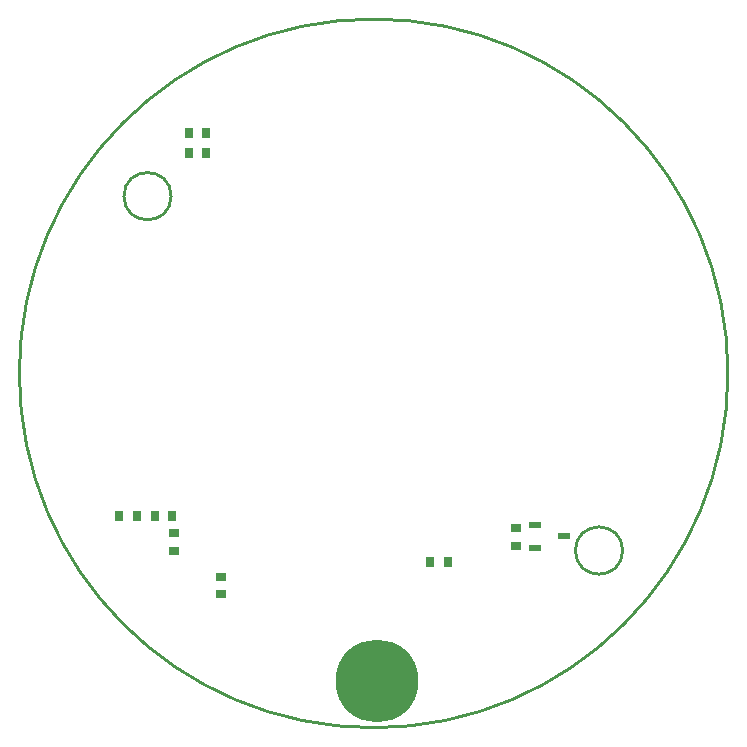
<source format=gbp>
%FSLAX25Y25*%
%MOIN*%
G70*
G01*
G75*
G04 Layer_Color=128*
%ADD10R,0.02756X0.03347*%
%ADD11R,0.03347X0.02756*%
%ADD12O,0.04724X0.00984*%
%ADD13R,0.04724X0.01772*%
%ADD14O,0.04724X0.01772*%
%ADD15O,0.00984X0.04724*%
%ADD16O,0.01772X0.04724*%
%ADD17R,0.03937X0.02362*%
%ADD18R,0.04724X0.01969*%
%ADD19O,0.03543X0.01969*%
%ADD20O,0.03543X0.01969*%
%ADD21R,0.03543X0.01969*%
%ADD22R,0.02362X0.03937*%
%ADD23O,0.02500X0.05500*%
%ADD24R,0.02500X0.05500*%
%ADD25R,0.07874X0.07874*%
%ADD26C,0.01000*%
%ADD27C,0.00800*%
%ADD28C,0.02000*%
%ADD29C,0.06000*%
%ADD30C,0.01500*%
%ADD31C,0.03000*%
%ADD32C,0.01200*%
%ADD33C,0.05906*%
%ADD34P,0.08352X4X180.0*%
%ADD35R,0.05906X0.05906*%
G04:AMPARAMS|DCode=36|XSize=78.74mil|YSize=118.11mil|CornerRadius=0mil|HoleSize=0mil|Usage=FLASHONLY|Rotation=45.000|XOffset=0mil|YOffset=0mil|HoleType=Round|Shape=Rectangle|*
%AMROTATEDRECTD36*
4,1,4,0.01392,-0.06960,-0.06960,0.01392,-0.01392,0.06960,0.06960,-0.01392,0.01392,-0.06960,0.0*
%
%ADD36ROTATEDRECTD36*%

G04:AMPARAMS|DCode=37|XSize=78.74mil|YSize=118.11mil|CornerRadius=0mil|HoleSize=0mil|Usage=FLASHONLY|Rotation=45.000|XOffset=0mil|YOffset=0mil|HoleType=Round|Shape=Round|*
%AMOVALD37*
21,1,0.03937,0.07874,0.00000,0.00000,135.0*
1,1,0.07874,0.01392,-0.01392*
1,1,0.07874,-0.01392,0.01392*
%
%ADD37OVALD37*%

G04:AMPARAMS|DCode=38|XSize=78.74mil|YSize=118.11mil|CornerRadius=0mil|HoleSize=0mil|Usage=FLASHONLY|Rotation=75.000|XOffset=0mil|YOffset=0mil|HoleType=Round|Shape=Round|*
%AMOVALD38*
21,1,0.03937,0.07874,0.00000,0.00000,165.0*
1,1,0.07874,0.01901,-0.00510*
1,1,0.07874,-0.01901,0.00510*
%
%ADD38OVALD38*%

G04:AMPARAMS|DCode=39|XSize=78.74mil|YSize=118.11mil|CornerRadius=0mil|HoleSize=0mil|Usage=FLASHONLY|Rotation=75.000|XOffset=0mil|YOffset=0mil|HoleType=Round|Shape=Rectangle|*
%AMROTATEDRECTD39*
4,1,4,0.04685,-0.05331,-0.06723,-0.02274,-0.04685,0.05331,0.06723,0.02274,0.04685,-0.05331,0.0*
%
%ADD39ROTATEDRECTD39*%

%ADD40P,0.08352X4X200.0*%
%ADD41R,0.05906X0.05906*%
%ADD42C,0.02000*%
%ADD43C,0.03000*%
%ADD44C,0.04000*%
%ADD45C,0.05000*%
%ADD46C,0.27559*%
%ADD47C,0.00500*%
%ADD48C,0.00787*%
%ADD49C,0.00984*%
%ADD50C,0.02362*%
%ADD51R,0.03556X0.04147*%
%ADD52R,0.04147X0.03556*%
%ADD53O,0.05524X0.01784*%
%ADD54R,0.05524X0.02572*%
%ADD55O,0.05524X0.02572*%
%ADD56O,0.01784X0.05524*%
%ADD57O,0.02572X0.05524*%
%ADD58R,0.04737X0.03162*%
%ADD59R,0.05524X0.02769*%
%ADD60O,0.04343X0.02769*%
%ADD61O,0.04343X0.02769*%
%ADD62R,0.04343X0.02769*%
%ADD63R,0.03162X0.04737*%
%ADD64O,0.03300X0.06300*%
%ADD65R,0.03300X0.06300*%
%ADD66R,0.08674X0.08674*%
%ADD67C,0.06706*%
%ADD68P,0.09483X4X180.0*%
%ADD69R,0.06706X0.06706*%
G04:AMPARAMS|DCode=70|XSize=86.74mil|YSize=126.11mil|CornerRadius=0mil|HoleSize=0mil|Usage=FLASHONLY|Rotation=45.000|XOffset=0mil|YOffset=0mil|HoleType=Round|Shape=Rectangle|*
%AMROTATEDRECTD70*
4,1,4,0.01392,-0.07525,-0.07525,0.01392,-0.01392,0.07525,0.07525,-0.01392,0.01392,-0.07525,0.0*
%
%ADD70ROTATEDRECTD70*%

G04:AMPARAMS|DCode=71|XSize=86.74mil|YSize=126.11mil|CornerRadius=0mil|HoleSize=0mil|Usage=FLASHONLY|Rotation=45.000|XOffset=0mil|YOffset=0mil|HoleType=Round|Shape=Round|*
%AMOVALD71*
21,1,0.03937,0.08674,0.00000,0.00000,135.0*
1,1,0.08674,0.01392,-0.01392*
1,1,0.08674,-0.01392,0.01392*
%
%ADD71OVALD71*%

G04:AMPARAMS|DCode=72|XSize=86.74mil|YSize=126.11mil|CornerRadius=0mil|HoleSize=0mil|Usage=FLASHONLY|Rotation=75.000|XOffset=0mil|YOffset=0mil|HoleType=Round|Shape=Round|*
%AMOVALD72*
21,1,0.03937,0.08674,0.00000,0.00000,165.0*
1,1,0.08674,0.01901,-0.00510*
1,1,0.08674,-0.01901,0.00510*
%
%ADD72OVALD72*%

G04:AMPARAMS|DCode=73|XSize=86.74mil|YSize=126.11mil|CornerRadius=0mil|HoleSize=0mil|Usage=FLASHONLY|Rotation=75.000|XOffset=0mil|YOffset=0mil|HoleType=Round|Shape=Rectangle|*
%AMROTATEDRECTD73*
4,1,4,0.04968,-0.05821,-0.07213,-0.02557,-0.04968,0.05821,0.07213,0.02557,0.04968,-0.05821,0.0*
%
%ADD73ROTATEDRECTD73*%

%ADD74P,0.09483X4X200.0*%
%ADD75R,0.06706X0.06706*%
%ADD76C,0.28359*%
D10*
X18894Y-62800D02*
D03*
X24800D02*
D03*
X-73005Y-47400D02*
D03*
X-67100D02*
D03*
X-61700Y73400D02*
D03*
X-55795D02*
D03*
X-61705Y80100D02*
D03*
X-55800D02*
D03*
X-84905Y-47400D02*
D03*
X-79000D02*
D03*
D11*
X-50900Y-67795D02*
D03*
Y-73700D02*
D03*
X47500Y-51695D02*
D03*
Y-57600D02*
D03*
X-66600Y-53194D02*
D03*
Y-59100D02*
D03*
D17*
X53700Y-50426D02*
D03*
X63542Y-54363D02*
D03*
X53700Y-58300D02*
D03*
D26*
X83000Y-59055D02*
G03*
X83000Y-59055I-7874J0D01*
G01*
X-67500Y59055D02*
G03*
X-67500Y59055I-7874J0D01*
G01*
X118110Y0D02*
G03*
X118110Y0I-118110J0D01*
G01*
D46*
X1200Y-102400D02*
D03*
M02*

</source>
